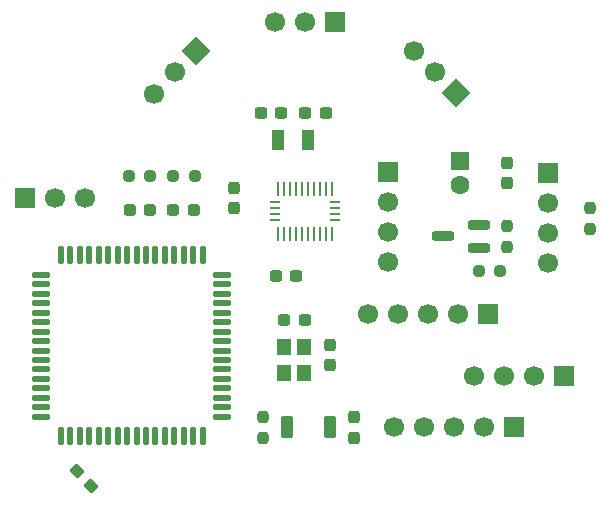
<source format=gts>
%TF.GenerationSoftware,KiCad,Pcbnew,9.0.6*%
%TF.CreationDate,2026-02-04T04:17:41+01:00*%
%TF.ProjectId,lidar,6c696461-722e-46b6-9963-61645f706362,rev?*%
%TF.SameCoordinates,Original*%
%TF.FileFunction,Soldermask,Top*%
%TF.FilePolarity,Negative*%
%FSLAX46Y46*%
G04 Gerber Fmt 4.6, Leading zero omitted, Abs format (unit mm)*
G04 Created by KiCad (PCBNEW 9.0.6) date 2026-02-04 04:17:41*
%MOMM*%
%LPD*%
G01*
G04 APERTURE LIST*
G04 Aperture macros list*
%AMRoundRect*
0 Rectangle with rounded corners*
0 $1 Rounding radius*
0 $2 $3 $4 $5 $6 $7 $8 $9 X,Y pos of 4 corners*
0 Add a 4 corners polygon primitive as box body*
4,1,4,$2,$3,$4,$5,$6,$7,$8,$9,$2,$3,0*
0 Add four circle primitives for the rounded corners*
1,1,$1+$1,$2,$3*
1,1,$1+$1,$4,$5*
1,1,$1+$1,$6,$7*
1,1,$1+$1,$8,$9*
0 Add four rect primitives between the rounded corners*
20,1,$1+$1,$2,$3,$4,$5,0*
20,1,$1+$1,$4,$5,$6,$7,0*
20,1,$1+$1,$6,$7,$8,$9,0*
20,1,$1+$1,$8,$9,$2,$3,0*%
%AMRotRect*
0 Rectangle, with rotation*
0 The origin of the aperture is its center*
0 $1 length*
0 $2 width*
0 $3 Rotation angle, in degrees counterclockwise*
0 Add horizontal line*
21,1,$1,$2,0,0,$3*%
G04 Aperture macros list end*
%ADD10R,0.254000X1.175000*%
%ADD11R,0.950000X0.254000*%
%ADD12RoundRect,0.237500X0.300000X0.237500X-0.300000X0.237500X-0.300000X-0.237500X0.300000X-0.237500X0*%
%ADD13R,1.000000X1.800000*%
%ADD14RoundRect,0.237500X-0.250000X-0.237500X0.250000X-0.237500X0.250000X0.237500X-0.250000X0.237500X0*%
%ADD15RoundRect,0.237500X-0.237500X0.300000X-0.237500X-0.300000X0.237500X-0.300000X0.237500X0.300000X0*%
%ADD16RoundRect,0.137500X0.137500X-0.600000X0.137500X0.600000X-0.137500X0.600000X-0.137500X-0.600000X0*%
%ADD17RoundRect,0.137500X0.600000X-0.137500X0.600000X0.137500X-0.600000X0.137500X-0.600000X-0.137500X0*%
%ADD18RoundRect,0.237500X0.237500X-0.250000X0.237500X0.250000X-0.237500X0.250000X-0.237500X-0.250000X0*%
%ADD19RoundRect,0.237500X0.237500X-0.300000X0.237500X0.300000X-0.237500X0.300000X-0.237500X-0.300000X0*%
%ADD20R,1.700000X1.700000*%
%ADD21C,1.700000*%
%ADD22RoundRect,0.200000X0.750000X0.200000X-0.750000X0.200000X-0.750000X-0.200000X0.750000X-0.200000X0*%
%ADD23RoundRect,0.237500X-0.300000X-0.237500X0.300000X-0.237500X0.300000X0.237500X-0.300000X0.237500X0*%
%ADD24RoundRect,0.237500X0.380070X-0.044194X-0.044194X0.380070X-0.380070X0.044194X0.044194X-0.380070X0*%
%ADD25RoundRect,0.237500X-0.287500X-0.237500X0.287500X-0.237500X0.287500X0.237500X-0.287500X0.237500X0*%
%ADD26RoundRect,0.180000X-0.420000X0.520000X-0.420000X-0.520000X0.420000X-0.520000X0.420000X0.520000X0*%
%ADD27RoundRect,0.250000X-0.550000X0.550000X-0.550000X-0.550000X0.550000X-0.550000X0.550000X0.550000X0*%
%ADD28C,1.600000*%
%ADD29RotRect,1.700000X1.700000X315.000000*%
%ADD30RoundRect,0.237500X-0.237500X0.250000X-0.237500X-0.250000X0.237500X-0.250000X0.237500X0.250000X0*%
%ADD31RotRect,1.700000X1.700000X225.000000*%
%ADD32RoundRect,0.237500X0.250000X0.237500X-0.250000X0.237500X-0.250000X-0.237500X0.250000X-0.237500X0*%
%ADD33RoundRect,0.165000X0.385000X0.735000X-0.385000X0.735000X-0.385000X-0.735000X0.385000X-0.735000X0*%
G04 APERTURE END LIST*
D10*
%TO.C,U2*%
X147750000Y-98087500D03*
D11*
X147475000Y-99250000D03*
X147475000Y-99750000D03*
X147475000Y-100250000D03*
X147475000Y-100750000D03*
D10*
X147750000Y-101912500D03*
X148250000Y-101912500D03*
X148750000Y-101912500D03*
X149250000Y-101912500D03*
X149750000Y-101912500D03*
X150250000Y-101912500D03*
X150750000Y-101912500D03*
X151250000Y-101912500D03*
X151750000Y-101912500D03*
X152250000Y-101912500D03*
D11*
X152525000Y-100750000D03*
X152525000Y-100250000D03*
X152525000Y-99750000D03*
X152525000Y-99250000D03*
D10*
X152250000Y-98087500D03*
X151750000Y-98087500D03*
X151250000Y-98087500D03*
X150750000Y-98087500D03*
X150250000Y-98087500D03*
X149750000Y-98087500D03*
X149250000Y-98087500D03*
X148750000Y-98087500D03*
X148250000Y-98087500D03*
%TD*%
D12*
%TO.C,C9*%
X151762500Y-91700000D03*
X150037500Y-91700000D03*
%TD*%
D13*
%TO.C,Y2*%
X147750000Y-94000000D03*
X150250000Y-94000000D03*
%TD*%
D14*
%TO.C,R3*%
X135075000Y-97037500D03*
X136900000Y-97037500D03*
%TD*%
D15*
%TO.C,C8*%
X144000000Y-98025000D03*
X144000000Y-99750000D03*
%TD*%
D16*
%TO.C,U1*%
X129337500Y-119062500D03*
X130137500Y-119062500D03*
X130937500Y-119062500D03*
X131737500Y-119062500D03*
X132537500Y-119062500D03*
X133337500Y-119062500D03*
X134137500Y-119062500D03*
X134937500Y-119062500D03*
X135737500Y-119062500D03*
X136537500Y-119062500D03*
X137337500Y-119062500D03*
X138137500Y-119062500D03*
X138937500Y-119062500D03*
X139737500Y-119062500D03*
X140537500Y-119062500D03*
X141337500Y-119062500D03*
D17*
X143000000Y-117400000D03*
X143000000Y-116600000D03*
X143000000Y-115800000D03*
X143000000Y-115000000D03*
X143000000Y-114200000D03*
X143000000Y-113400000D03*
X143000000Y-112600000D03*
X143000000Y-111800000D03*
X143000000Y-111000000D03*
X143000000Y-110200000D03*
X143000000Y-109400000D03*
X143000000Y-108600000D03*
X143000000Y-107800000D03*
X143000000Y-107000000D03*
X143000000Y-106200000D03*
X143000000Y-105400000D03*
D16*
X141337500Y-103737500D03*
X140537500Y-103737500D03*
X139737500Y-103737500D03*
X138937500Y-103737500D03*
X138137500Y-103737500D03*
X137337500Y-103737500D03*
X136537500Y-103737500D03*
X135737500Y-103737500D03*
X134937500Y-103737500D03*
X134137500Y-103737500D03*
X133337500Y-103737500D03*
X132537500Y-103737500D03*
X131737500Y-103737500D03*
X130937500Y-103737500D03*
X130137500Y-103737500D03*
X129337500Y-103737500D03*
D17*
X127675000Y-105400000D03*
X127675000Y-106200000D03*
X127675000Y-107000000D03*
X127675000Y-107800000D03*
X127675000Y-108600000D03*
X127675000Y-109400000D03*
X127675000Y-110200000D03*
X127675000Y-111000000D03*
X127675000Y-111800000D03*
X127675000Y-112600000D03*
X127675000Y-113400000D03*
X127675000Y-114200000D03*
X127675000Y-115000000D03*
X127675000Y-115800000D03*
X127675000Y-116600000D03*
X127675000Y-117400000D03*
%TD*%
D18*
%TO.C,R4*%
X167100000Y-103048750D03*
X167100000Y-101223750D03*
%TD*%
D19*
%TO.C,C3*%
X152087500Y-113050000D03*
X152087500Y-111325000D03*
%TD*%
D20*
%TO.C,J8*%
X157020000Y-96710000D03*
D21*
X157020000Y-99250000D03*
X157020000Y-101790000D03*
X157020000Y-104330000D03*
%TD*%
D22*
%TO.C,Q1*%
X164700000Y-103086250D03*
X164700000Y-101186250D03*
X161700000Y-102136250D03*
%TD*%
D23*
%TO.C,C10*%
X146237500Y-91700000D03*
X147962500Y-91700000D03*
%TD*%
D24*
%TO.C,C4*%
X131909880Y-123239880D03*
X130690120Y-122020120D03*
%TD*%
D25*
%TO.C,D2*%
X135162500Y-99937500D03*
X136912500Y-99937500D03*
%TD*%
D18*
%TO.C,R6*%
X174100000Y-101518750D03*
X174100000Y-99693750D03*
%TD*%
D26*
%TO.C,Y1*%
X148187500Y-111487500D03*
X148187500Y-113687500D03*
X149887500Y-113687500D03*
X149887500Y-111487500D03*
%TD*%
D20*
%TO.C,G1*%
X165480000Y-108700000D03*
D21*
X162940000Y-108700000D03*
X160400000Y-108700000D03*
X157860000Y-108700000D03*
X155320000Y-108700000D03*
%TD*%
D27*
%TO.C,C5*%
X163100000Y-95747500D03*
D28*
X163100000Y-97747500D03*
%TD*%
D29*
%TO.C,J4*%
X140796051Y-86460000D03*
D21*
X139000000Y-88256051D03*
X137203949Y-90052102D03*
%TD*%
D20*
%TO.C,J2*%
X170600000Y-96766250D03*
D21*
X170600000Y-99306250D03*
X170600000Y-101846250D03*
X170600000Y-104386250D03*
%TD*%
D20*
%TO.C,J7*%
X167660000Y-118270000D03*
D21*
X165120000Y-118270000D03*
X162580000Y-118270000D03*
X160040000Y-118270000D03*
X157500000Y-118270000D03*
%TD*%
D15*
%TO.C,C1*%
X154162500Y-117437500D03*
X154162500Y-119162500D03*
%TD*%
%TO.C,C6*%
X167100000Y-95885000D03*
X167100000Y-97610000D03*
%TD*%
D14*
%TO.C,R2*%
X138825000Y-97037500D03*
X140650000Y-97037500D03*
%TD*%
D30*
%TO.C,R1*%
X146462500Y-117387500D03*
X146462500Y-119212500D03*
%TD*%
D23*
%TO.C,C2*%
X148252500Y-109197500D03*
X149977500Y-109197500D03*
%TD*%
D20*
%TO.C,J3*%
X126260000Y-98910000D03*
D21*
X128800000Y-98910000D03*
X131340000Y-98910000D03*
%TD*%
D12*
%TO.C,C7*%
X149252500Y-105500000D03*
X147527500Y-105500000D03*
%TD*%
D31*
%TO.C,J6*%
X162796051Y-90000000D03*
D21*
X161000000Y-88203949D03*
X159203949Y-86407898D03*
%TD*%
D20*
%TO.C,J5*%
X152540000Y-84000000D03*
D21*
X150000000Y-84000000D03*
X147460000Y-84000000D03*
%TD*%
D20*
%TO.C,J1*%
X171900000Y-113980000D03*
D21*
X169360000Y-113980000D03*
X166820000Y-113980000D03*
X164280000Y-113980000D03*
%TD*%
D32*
%TO.C,R5*%
X166525000Y-105098750D03*
X164700000Y-105098750D03*
%TD*%
D33*
%TO.C,SW1*%
X152150000Y-118300000D03*
X148450000Y-118300000D03*
%TD*%
D25*
%TO.C,D1*%
X138862500Y-99937500D03*
X140612500Y-99937500D03*
%TD*%
M02*

</source>
